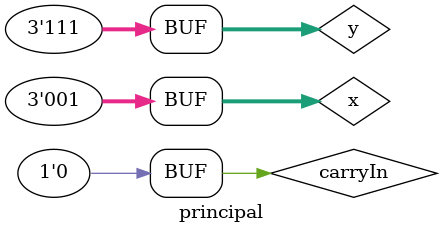
<source format=v>
`include "FullAdder.v"

module somadorAlgebrico(output s,input[2:0]a,input[2:0]b,input carryIn);
 wire [2:0]w;
 wire [2:0]s0;
 xor xor1(w[0],b[0],carryIn);
 xor xor2(w[1],b[1],carryIn);
 xor xor3(w[2],b[2],carryIn);
 
 fullAdder3bits fa1(s0,a,w,carryIn);
 detectorZero z1(s,s0);
endmodule //f3

module detectorZero(output s,input[2:0]x);
	nor nor1(s,x[0],x[1],x[2]);
endmodule //fim detectorZero

module principal;
	reg [2:0]x,y;
	reg carryIn;
	wire s;
	
	somadorAlgebrico as1(s,x,y,carryIn);
	
	initial begin
		carryIn = 1;
		x = 0; y = 0;
		$display("Exemplo0032 -  Milton costa teles da silva - 002751"); 
		$display("Test ALU's somadorAlgebrico");
		$display("\t  a - b  = SUBTRATOR");
		$monitor("%b %3b  %3b = %3b ",carryIn,x,y,s);
	  #1 x = 3'b011; y = 3'b001; 
     #1 y = 3'b010; 
	  #1 y = 3'b011;  
	  #1 y = 3'b100;
	  #1 y = 3'b010; 
	  #1 y = 3'b010; 
	  #1 y = 3'b110;
	  #1 y = 3'b111;
$display("  b - a  = saida");
	  #1 y = 3'b011; x = 3'b001; 
     #1 x = 3'b010; 
	  #1 x = 3'b011;  
	  #1 x = 3'b100;
	  #1 x = 3'b010; 
	  #1 x = 3'b010; 
	  #1 x = 3'b110;
	  #1 x = 3'b111;
$display(" a + b  = ADDER");
	  #1 carryIn = 0;
	  #1 x = 3'b001; y = 3'b001; 
     #1 y = 3'b010; 
	  #1 y = 3'b011;  
	  #1 y = 3'b100;
	  #1 y = 3'b010; 
	  #1 y = 3'b010; 
	  #1 y = 3'b110;
	  #1 y = 3'b111;
	  end
endmodule //principal

</source>
